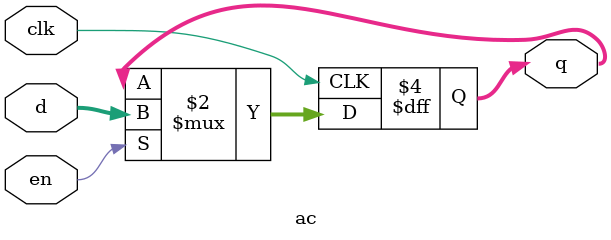
<source format=sv>

module ac(
    input logic clk, en,
    input logic [7:0]d,
    output logic [7:0]q
);

    always_ff @(posedge clk) begin
        if (en) begin
            q <= d;
        end
    end

endmodule

</source>
